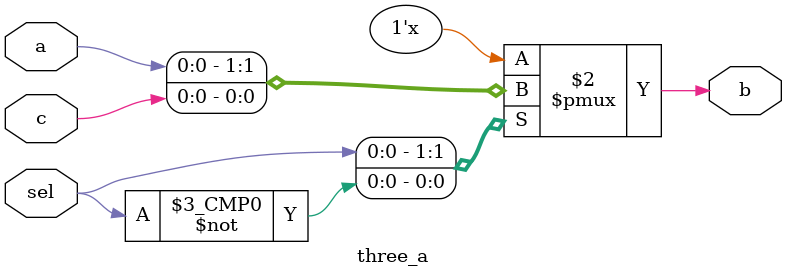
<source format=v>
module three_a ( a,c,sel,b);
input a;
input c;
input sel;
output reg b;
always@(*)
 case ( sel)
  1'b1 : b = a;
  1'b0 : b = c;
endcase
endmodule

</source>
